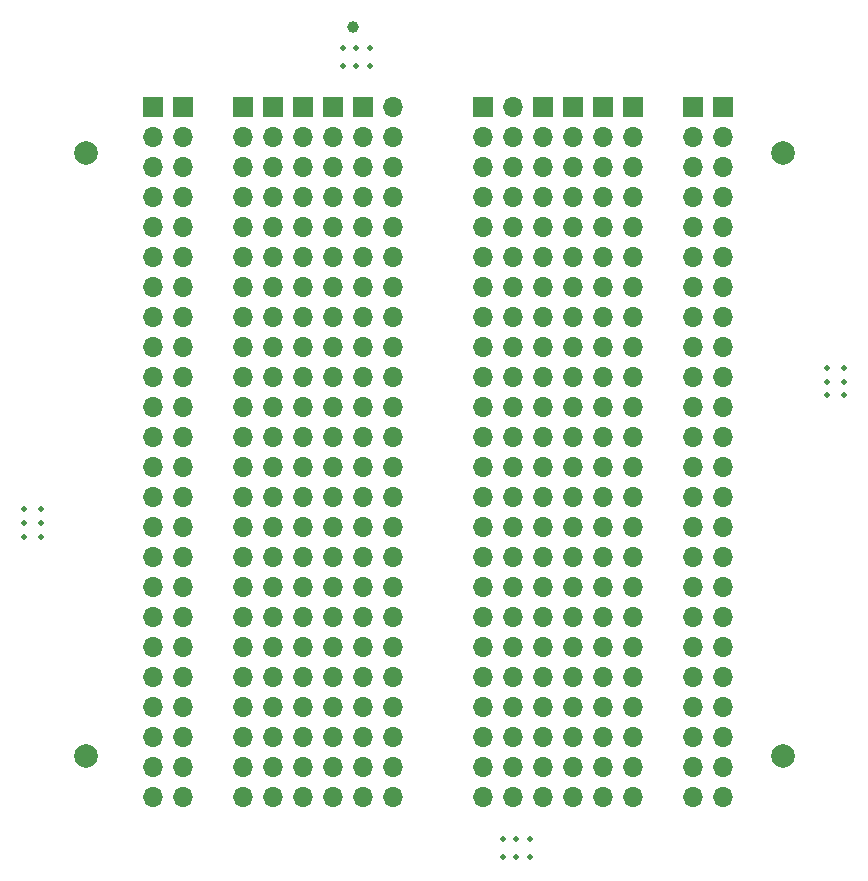
<source format=gbr>
%TF.GenerationSoftware,KiCad,Pcbnew,7.0.5-0*%
%TF.CreationDate,2024-04-21T20:25:33-04:00*%
%TF.ProjectId,swr_meter_front,7377725f-6d65-4746-9572-5f66726f6e74,rev?*%
%TF.SameCoordinates,Original*%
%TF.FileFunction,Soldermask,Top*%
%TF.FilePolarity,Negative*%
%FSLAX46Y46*%
G04 Gerber Fmt 4.6, Leading zero omitted, Abs format (unit mm)*
G04 Created by KiCad (PCBNEW 7.0.5-0) date 2024-04-21 20:25:33*
%MOMM*%
%LPD*%
G01*
G04 APERTURE LIST*
%ADD10C,0.500000*%
%ADD11R,1.700000X1.700000*%
%ADD12O,1.700000X1.700000*%
%ADD13C,2.000000*%
%ADD14C,1.000000*%
G04 APERTURE END LIST*
D10*
%TO.C,mouse-bite-1mm-slot*%
X128656540Y-29182400D03*
X128656540Y-30682400D03*
X129806540Y-29182400D03*
X129806540Y-30682400D03*
X130956540Y-29182400D03*
X130956540Y-30682400D03*
%TD*%
D11*
%TO.C,J21*%
X115140540Y-34106400D03*
D12*
X115140540Y-36646400D03*
X115140540Y-39186400D03*
X115140540Y-41726400D03*
X115140540Y-44266400D03*
X115140540Y-46806400D03*
X115140540Y-49346400D03*
X115140540Y-51886400D03*
X115140540Y-54426400D03*
X115140540Y-56966400D03*
X115140540Y-59506400D03*
X115140540Y-62046400D03*
X115140540Y-64586400D03*
X115140540Y-67126400D03*
X115140540Y-69666400D03*
X115140540Y-72206400D03*
X115140540Y-74746400D03*
X115140540Y-77286400D03*
X115140540Y-79826400D03*
X115140540Y-82366400D03*
X115140540Y-84906400D03*
X115140540Y-87446400D03*
X115140540Y-89986400D03*
X115140540Y-92526400D03*
%TD*%
D10*
%TO.C,mouse-bite-1mm-slot*%
X101640540Y-70518400D03*
X103140540Y-70518400D03*
X101640540Y-69368400D03*
X103140540Y-69368400D03*
X101640540Y-68218400D03*
X103140540Y-68218400D03*
%TD*%
D11*
%TO.C,J3*%
X148160540Y-34106400D03*
D12*
X148160540Y-36646400D03*
X148160540Y-39186400D03*
X148160540Y-41726400D03*
X148160540Y-44266400D03*
X148160540Y-46806400D03*
X148160540Y-49346400D03*
X148160540Y-51886400D03*
X148160540Y-54426400D03*
X148160540Y-56966400D03*
X148160540Y-59506400D03*
X148160540Y-62046400D03*
X148160540Y-64586400D03*
X148160540Y-67126400D03*
X148160540Y-69666400D03*
X148160540Y-72206400D03*
X148160540Y-74746400D03*
X148160540Y-77286400D03*
X148160540Y-79826400D03*
X148160540Y-82366400D03*
X148160540Y-84906400D03*
X148160540Y-87446400D03*
X148160540Y-89986400D03*
X148160540Y-92526400D03*
%TD*%
D13*
%TO.C,TP1*%
X165956540Y-89082400D03*
%TD*%
D11*
%TO.C,J4*%
X150700540Y-34106400D03*
D12*
X150700540Y-36646400D03*
X150700540Y-39186400D03*
X150700540Y-41726400D03*
X150700540Y-44266400D03*
X150700540Y-46806400D03*
X150700540Y-49346400D03*
X150700540Y-51886400D03*
X150700540Y-54426400D03*
X150700540Y-56966400D03*
X150700540Y-59506400D03*
X150700540Y-62046400D03*
X150700540Y-64586400D03*
X150700540Y-67126400D03*
X150700540Y-69666400D03*
X150700540Y-72206400D03*
X150700540Y-74746400D03*
X150700540Y-77286400D03*
X150700540Y-79826400D03*
X150700540Y-82366400D03*
X150700540Y-84906400D03*
X150700540Y-87446400D03*
X150700540Y-89986400D03*
X150700540Y-92526400D03*
%TD*%
D13*
%TO.C,TP2*%
X106956540Y-89082400D03*
%TD*%
D11*
%TO.C,J30*%
X158320540Y-34106400D03*
D12*
X158320540Y-36646400D03*
X158320540Y-39186400D03*
X158320540Y-41726400D03*
X158320540Y-44266400D03*
X158320540Y-46806400D03*
X158320540Y-49346400D03*
X158320540Y-51886400D03*
X158320540Y-54426400D03*
X158320540Y-56966400D03*
X158320540Y-59506400D03*
X158320540Y-62046400D03*
X158320540Y-64586400D03*
X158320540Y-67126400D03*
X158320540Y-69666400D03*
X158320540Y-72206400D03*
X158320540Y-74746400D03*
X158320540Y-77286400D03*
X158320540Y-79826400D03*
X158320540Y-82366400D03*
X158320540Y-84906400D03*
X158320540Y-87446400D03*
X158320540Y-89986400D03*
X158320540Y-92526400D03*
%TD*%
D11*
%TO.C,J11*%
X122760540Y-34106400D03*
D12*
X122760540Y-36646400D03*
X122760540Y-39186400D03*
X122760540Y-41726400D03*
X122760540Y-44266400D03*
X122760540Y-46806400D03*
X122760540Y-49346400D03*
X122760540Y-51886400D03*
X122760540Y-54426400D03*
X122760540Y-56966400D03*
X122760540Y-59506400D03*
X122760540Y-62046400D03*
X122760540Y-64586400D03*
X122760540Y-67126400D03*
X122760540Y-69666400D03*
X122760540Y-72206400D03*
X122760540Y-74746400D03*
X122760540Y-77286400D03*
X122760540Y-79826400D03*
X122760540Y-82366400D03*
X122760540Y-84906400D03*
X122760540Y-87446400D03*
X122760540Y-89986400D03*
X122760540Y-92526400D03*
%TD*%
D11*
%TO.C,J1*%
X140540540Y-34106400D03*
D12*
X143080540Y-34106400D03*
X140540540Y-36646400D03*
X143080540Y-36646400D03*
X140540540Y-39186400D03*
X143080540Y-39186400D03*
X140540540Y-41726400D03*
X143080540Y-41726400D03*
X140540540Y-44266400D03*
X143080540Y-44266400D03*
X140540540Y-46806400D03*
X143080540Y-46806400D03*
X140540540Y-49346400D03*
X143080540Y-49346400D03*
X140540540Y-51886400D03*
X143080540Y-51886400D03*
X140540540Y-54426400D03*
X143080540Y-54426400D03*
X140540540Y-56966400D03*
X143080540Y-56966400D03*
X140540540Y-59506400D03*
X143080540Y-59506400D03*
X140540540Y-62046400D03*
X143080540Y-62046400D03*
X140540540Y-64586400D03*
X143080540Y-64586400D03*
X140540540Y-67126400D03*
X143080540Y-67126400D03*
X140540540Y-69666400D03*
X143080540Y-69666400D03*
X140540540Y-72206400D03*
X143080540Y-72206400D03*
X140540540Y-74746400D03*
X143080540Y-74746400D03*
X140540540Y-77286400D03*
X143080540Y-77286400D03*
X140540540Y-79826400D03*
X143080540Y-79826400D03*
X140540540Y-82366400D03*
X143080540Y-82366400D03*
X140540540Y-84906400D03*
X143080540Y-84906400D03*
X140540540Y-87446400D03*
X143080540Y-87446400D03*
X140540540Y-89986400D03*
X143080540Y-89986400D03*
X140540540Y-92526400D03*
X143080540Y-92526400D03*
%TD*%
D11*
%TO.C,J31*%
X160860540Y-34106400D03*
D12*
X160860540Y-36646400D03*
X160860540Y-39186400D03*
X160860540Y-41726400D03*
X160860540Y-44266400D03*
X160860540Y-46806400D03*
X160860540Y-49346400D03*
X160860540Y-51886400D03*
X160860540Y-54426400D03*
X160860540Y-56966400D03*
X160860540Y-59506400D03*
X160860540Y-62046400D03*
X160860540Y-64586400D03*
X160860540Y-67126400D03*
X160860540Y-69666400D03*
X160860540Y-72206400D03*
X160860540Y-74746400D03*
X160860540Y-77286400D03*
X160860540Y-79826400D03*
X160860540Y-82366400D03*
X160860540Y-84906400D03*
X160860540Y-87446400D03*
X160860540Y-89986400D03*
X160860540Y-92526400D03*
%TD*%
D14*
%TO.C,TP5*%
X129529000Y-27355600D03*
%TD*%
D11*
%TO.C,J12*%
X125300540Y-34106400D03*
D12*
X125300540Y-36646400D03*
X125300540Y-39186400D03*
X125300540Y-41726400D03*
X125300540Y-44266400D03*
X125300540Y-46806400D03*
X125300540Y-49346400D03*
X125300540Y-51886400D03*
X125300540Y-54426400D03*
X125300540Y-56966400D03*
X125300540Y-59506400D03*
X125300540Y-62046400D03*
X125300540Y-64586400D03*
X125300540Y-67126400D03*
X125300540Y-69666400D03*
X125300540Y-72206400D03*
X125300540Y-74746400D03*
X125300540Y-77286400D03*
X125300540Y-79826400D03*
X125300540Y-82366400D03*
X125300540Y-84906400D03*
X125300540Y-87446400D03*
X125300540Y-89986400D03*
X125300540Y-92526400D03*
%TD*%
D13*
%TO.C,TP3*%
X106956540Y-38082400D03*
%TD*%
D11*
%TO.C,J2*%
X145620540Y-34106400D03*
D12*
X145620540Y-36646400D03*
X145620540Y-39186400D03*
X145620540Y-41726400D03*
X145620540Y-44266400D03*
X145620540Y-46806400D03*
X145620540Y-49346400D03*
X145620540Y-51886400D03*
X145620540Y-54426400D03*
X145620540Y-56966400D03*
X145620540Y-59506400D03*
X145620540Y-62046400D03*
X145620540Y-64586400D03*
X145620540Y-67126400D03*
X145620540Y-69666400D03*
X145620540Y-72206400D03*
X145620540Y-74746400D03*
X145620540Y-77286400D03*
X145620540Y-79826400D03*
X145620540Y-82366400D03*
X145620540Y-84906400D03*
X145620540Y-87446400D03*
X145620540Y-89986400D03*
X145620540Y-92526400D03*
%TD*%
D11*
%TO.C,J5*%
X153240540Y-34106400D03*
D12*
X153240540Y-36646400D03*
X153240540Y-39186400D03*
X153240540Y-41726400D03*
X153240540Y-44266400D03*
X153240540Y-46806400D03*
X153240540Y-49346400D03*
X153240540Y-51886400D03*
X153240540Y-54426400D03*
X153240540Y-56966400D03*
X153240540Y-59506400D03*
X153240540Y-62046400D03*
X153240540Y-64586400D03*
X153240540Y-67126400D03*
X153240540Y-69666400D03*
X153240540Y-72206400D03*
X153240540Y-74746400D03*
X153240540Y-77286400D03*
X153240540Y-79826400D03*
X153240540Y-82366400D03*
X153240540Y-84906400D03*
X153240540Y-87446400D03*
X153240540Y-89986400D03*
X153240540Y-92526400D03*
%TD*%
D13*
%TO.C,TP4*%
X165956540Y-38082400D03*
%TD*%
D10*
%TO.C,mouse-bite-1mm-slot*%
X169636540Y-58552400D03*
X171136540Y-58552400D03*
X169636540Y-57402400D03*
X171136540Y-57402400D03*
X169636540Y-56252400D03*
X171136540Y-56252400D03*
%TD*%
D11*
%TO.C,J20*%
X112600540Y-34106400D03*
D12*
X112600540Y-36646400D03*
X112600540Y-39186400D03*
X112600540Y-41726400D03*
X112600540Y-44266400D03*
X112600540Y-46806400D03*
X112600540Y-49346400D03*
X112600540Y-51886400D03*
X112600540Y-54426400D03*
X112600540Y-56966400D03*
X112600540Y-59506400D03*
X112600540Y-62046400D03*
X112600540Y-64586400D03*
X112600540Y-67126400D03*
X112600540Y-69666400D03*
X112600540Y-72206400D03*
X112600540Y-74746400D03*
X112600540Y-77286400D03*
X112600540Y-79826400D03*
X112600540Y-82366400D03*
X112600540Y-84906400D03*
X112600540Y-87446400D03*
X112600540Y-89986400D03*
X112600540Y-92526400D03*
%TD*%
D10*
%TO.C,mouse-bite-1mm-slot*%
X142206540Y-96152400D03*
X142206540Y-97652400D03*
X143356540Y-96152400D03*
X143356540Y-97652400D03*
X144506540Y-96152400D03*
X144506540Y-97652400D03*
%TD*%
D11*
%TO.C,J13*%
X127840540Y-34106400D03*
D12*
X127840540Y-36646400D03*
X127840540Y-39186400D03*
X127840540Y-41726400D03*
X127840540Y-44266400D03*
X127840540Y-46806400D03*
X127840540Y-49346400D03*
X127840540Y-51886400D03*
X127840540Y-54426400D03*
X127840540Y-56966400D03*
X127840540Y-59506400D03*
X127840540Y-62046400D03*
X127840540Y-64586400D03*
X127840540Y-67126400D03*
X127840540Y-69666400D03*
X127840540Y-72206400D03*
X127840540Y-74746400D03*
X127840540Y-77286400D03*
X127840540Y-79826400D03*
X127840540Y-82366400D03*
X127840540Y-84906400D03*
X127840540Y-87446400D03*
X127840540Y-89986400D03*
X127840540Y-92526400D03*
%TD*%
D11*
%TO.C,J10*%
X120220540Y-34106400D03*
D12*
X120220540Y-36646400D03*
X120220540Y-39186400D03*
X120220540Y-41726400D03*
X120220540Y-44266400D03*
X120220540Y-46806400D03*
X120220540Y-49346400D03*
X120220540Y-51886400D03*
X120220540Y-54426400D03*
X120220540Y-56966400D03*
X120220540Y-59506400D03*
X120220540Y-62046400D03*
X120220540Y-64586400D03*
X120220540Y-67126400D03*
X120220540Y-69666400D03*
X120220540Y-72206400D03*
X120220540Y-74746400D03*
X120220540Y-77286400D03*
X120220540Y-79826400D03*
X120220540Y-82366400D03*
X120220540Y-84906400D03*
X120220540Y-87446400D03*
X120220540Y-89986400D03*
X120220540Y-92526400D03*
%TD*%
D11*
%TO.C,J9*%
X130380540Y-34106400D03*
D12*
X132920540Y-34106400D03*
X130380540Y-36646400D03*
X132920540Y-36646400D03*
X130380540Y-39186400D03*
X132920540Y-39186400D03*
X130380540Y-41726400D03*
X132920540Y-41726400D03*
X130380540Y-44266400D03*
X132920540Y-44266400D03*
X130380540Y-46806400D03*
X132920540Y-46806400D03*
X130380540Y-49346400D03*
X132920540Y-49346400D03*
X130380540Y-51886400D03*
X132920540Y-51886400D03*
X130380540Y-54426400D03*
X132920540Y-54426400D03*
X130380540Y-56966400D03*
X132920540Y-56966400D03*
X130380540Y-59506400D03*
X132920540Y-59506400D03*
X130380540Y-62046400D03*
X132920540Y-62046400D03*
X130380540Y-64586400D03*
X132920540Y-64586400D03*
X130380540Y-67126400D03*
X132920540Y-67126400D03*
X130380540Y-69666400D03*
X132920540Y-69666400D03*
X130380540Y-72206400D03*
X132920540Y-72206400D03*
X130380540Y-74746400D03*
X132920540Y-74746400D03*
X130380540Y-77286400D03*
X132920540Y-77286400D03*
X130380540Y-79826400D03*
X132920540Y-79826400D03*
X130380540Y-82366400D03*
X132920540Y-82366400D03*
X130380540Y-84906400D03*
X132920540Y-84906400D03*
X130380540Y-87446400D03*
X132920540Y-87446400D03*
X130380540Y-89986400D03*
X132920540Y-89986400D03*
X130380540Y-92526400D03*
X132920540Y-92526400D03*
%TD*%
M02*

</source>
